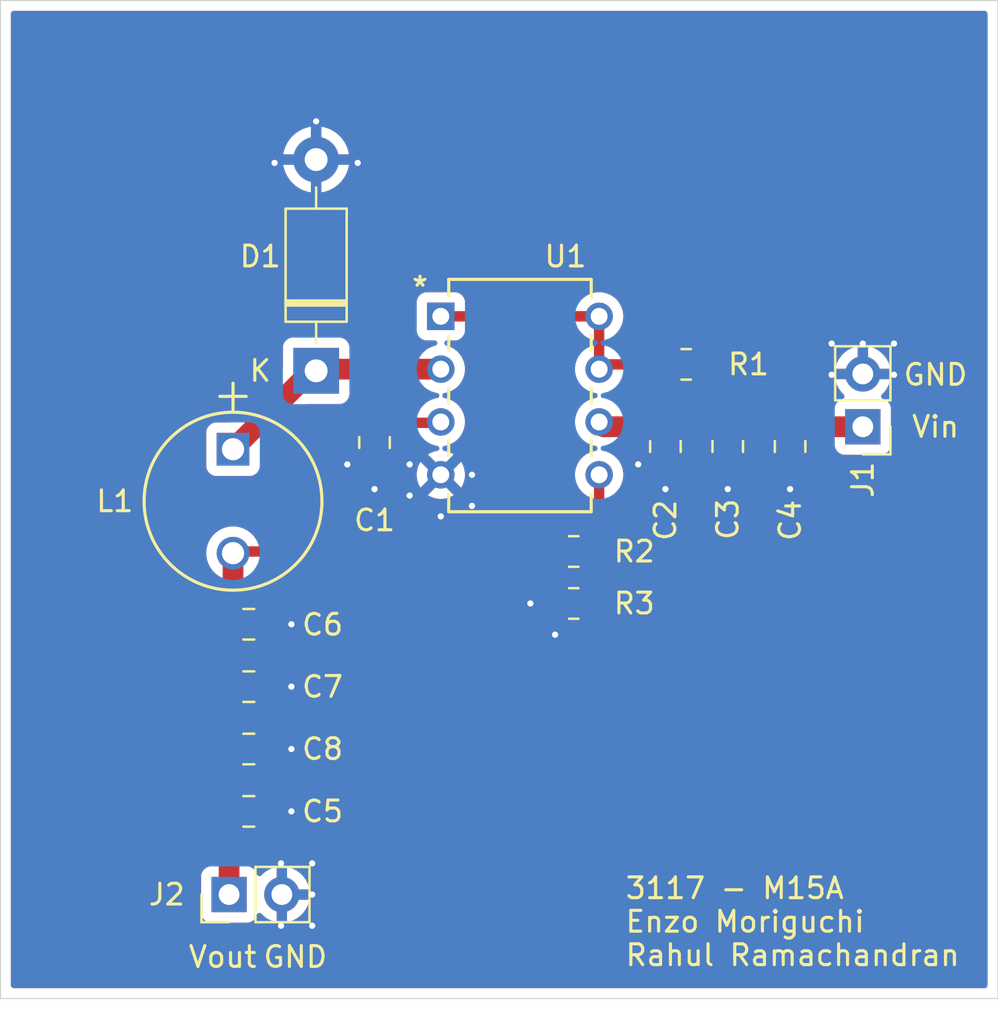
<source format=kicad_pcb>
(kicad_pcb (version 20241229) (generator "pcbnew") (generator_version "9.0")
  (layers (0 "F.Cu" signal) (2 "B.Cu" signal) (13 "F.Paste" user) (15 "B.Paste" user) (5 "F.SilkS" user "F.Silkscreen") (7 "B.SilkS" user "B.Silkscreen") (1 "F.Mask" user) (3 "B.Mask" user) (25 "Edge.Cuts" user))
  (net 0 "")
  (net 1 "GND")
  (net 2 "Net-(U1-CII)")
  (net 3 "+12V")
  (net 4 "Net-(U1-DRC)")
  (net 5 "/V_out")
  (net 6 "Net-(D1-K)")
  (net 7 "Net-(U1-TC)")
  (footprint "3117_lib:PinHeader_1x2_2.54mm_Vertical" (layer "F.Cu") (at 141.5 72.5 180)
    (property "Reference" "J1" (at 0 -2.55 90) (layer "F.SilkS"))
    (property "Value" "Conn_01x02_Pin")
    (fp_line (start 1.33 1.27) (end 1.33 3.87) (stroke (width 0.12)) (layer "F.SilkS"))
    (fp_line (start -1.33 3.87) (end 1.33 3.87) (stroke (width 0.12)) (layer "F.SilkS"))
    (fp_line (start -1.33 1.27) (end 1.33 1.27) (stroke (width 0.12)) (layer "F.SilkS"))
    (fp_line (start -1.33 1.27) (end -1.33 3.87) (stroke (width 0.12)) (layer "F.SilkS"))
    (fp_line (start -1.33 0) (end -1.33 -1.33) (stroke (width 0.12)) (layer "F.SilkS"))
    (fp_line (start -1.33 -1.33) (end 0 -1.33) (stroke (width 0.12)) (layer "F.SilkS"))
    (pad "1" thru_hole rect (at 0 0 180) (size 1.7 1.7) (drill 1) (layers "*.Cu" "*.Mask") (net 3 "+12V"))
    (pad "2" thru_hole oval (at 0 2.54 180) (size 1.7 1.7) (drill 1) (layers "*.Cu" "*.Mask") (net 1 "GND"))
  )
  (footprint "3117_lib:PinHeader_1x2_2.54mm_Vertical" (layer "F.Cu") (at 111 95 90)
    (property "Reference" "J2" (at 0 -3 180) (layer "F.SilkS"))
    (property "Value" "Conn_01x02_Pin")
    (fp_line (start -1.33 -1.33) (end 0 -1.33) (stroke (width 0.12)) (layer "F.SilkS"))
    (fp_line (start -1.33 0) (end -1.33 -1.33) (stroke (width 0.12)) (layer "F.SilkS"))
    (fp_line (start 1.33 1.27) (end 1.33 3.87) (stroke (width 0.12)) (layer "F.SilkS"))
    (fp_line (start -1.33 1.27) (end 1.33 1.27) (stroke (width 0.12)) (layer "F.SilkS"))
    (fp_line (start -1.33 1.27) (end -1.33 3.87) (stroke (width 0.12)) (layer "F.SilkS"))
    (fp_line (start -1.33 3.87) (end 1.33 3.87) (stroke (width 0.12)) (layer "F.SilkS"))
    (pad "1" thru_hole rect (at 0 0 90) (size 1.7 1.7) (drill 1) (layers "*.Cu" "*.Mask") (net 5 "/V_out"))
    (pad "2" thru_hole oval (at 0 2.54 90) (size 1.7 1.7) (drill 1) (layers "*.Cu" "*.Mask") (net 1 "GND"))
  )
  (footprint "Capacitor_SMD:C_0805_2012Metric" (layer "F.Cu") (at 111.95 88)
    (property "Reference" "C8" (at 3.55 0 0) (layer "F.SilkS"))
    (property "Value" "22u")
    (fp_line (start -0.261252 -0.735) (end 0.261252 -0.735) (stroke (width 0.12)) (layer "F.SilkS"))
    (fp_line (start -0.261252 0.735) (end 0.261252 0.735) (stroke (width 0.12)) (layer "F.SilkS"))
    (pad "1" smd roundrect (at -0.95 0) (size 1 1.45) (layers "F.Cu" "F.Mask" "F.Paste") (net 5 "/V_out"))
    (pad "2" smd roundrect (at 0.95 0) (size 1 1.45) (layers "F.Cu" "F.Mask" "F.Paste") (net 1 "GND"))
  )
  (footprint "3117_lib:DIP-8_STM" (layer "F.Cu") (at 121.19 67.19)
    (property "Reference" "U1" (at 6 -2.88 0) (layer "F.SilkS"))
    (property "Value" "MC34063ECN")
    (fp_line (start 0.381 -1.778) (end 0.381 -0.99314) (stroke (width 0.1524)) (layer "F.SilkS"))
    (fp_line (start 0.381 0.99314) (end 0.381 1.622849) (stroke (width 0.1524)) (layer "F.SilkS"))
    (fp_line (start 0.381 3.457151) (end 0.381 4.162849) (stroke (width 0.1524)) (layer "F.SilkS"))
    (fp_line (start 0.381 5.997151) (end 0.381 6.702849) (stroke (width 0.1524)) (layer "F.SilkS"))
    (fp_line (start 0.381 8.537151) (end 0.381 9.398) (stroke (width 0.1524)) (layer "F.SilkS"))
    (fp_line (start 0.381 9.398) (end 7.239 9.398) (stroke (width 0.1524)) (layer "F.SilkS"))
    (fp_line (start 7.239 -1.778) (end 0.381 -1.778) (stroke (width 0.1524)) (layer "F.SilkS"))
    (fp_line (start 7.239 -0.917151) (end 7.239 -1.778) (stroke (width 0.1524)) (layer "F.SilkS"))
    (fp_line (start 7.239 1.622849) (end 7.239 0.917151) (stroke (width 0.1524)) (layer "F.SilkS"))
    (fp_line (start 7.239 4.162849) (end 7.239 3.457151) (stroke (width 0.1524)) (layer "F.SilkS"))
    (fp_line (start 7.239 6.702849) (end 7.239 5.997151) (stroke (width 0.1524)) (layer "F.SilkS"))
    (fp_line (start 7.239 9.398) (end 7.239 8.537151) (stroke (width 0.1524)) (layer "F.SilkS"))
    (fp_text user "*" (at -1 -1.38 0) (layer "F.SilkS"))
    (pad "1" thru_hole rect (at 0 0) (size 1.3208 1.3208) (drill 0.8128) (layers "*.Cu" "*.Mask") (net 4 "Net-(U1-DRC)"))
    (pad "2" thru_hole circle (at 0 2.54) (size 1.3208 1.3208) (drill 0.8128) (layers "*.Cu" "*.Mask") (net 6 "Net-(D1-K)"))
    (pad "3" thru_hole circle (at 0 5.08) (size 1.3208 1.3208) (drill 0.8128) (layers "*.Cu" "*.Mask") (net 7 "Net-(U1-TC)"))
    (pad "4" thru_hole circle (at 0 7.62) (size 1.3208 1.3208) (drill 0.8128) (layers "*.Cu" "*.Mask") (net 1 "GND"))
    (pad "5" thru_hole circle (at 7.62 7.62) (size 1.3208 1.3208) (drill 0.8128) (layers "*.Cu" "*.Mask") (net 2 "Net-(U1-CII)"))
    (pad "6" thru_hole circle (at 7.62 5.08) (size 1.3208 1.3208) (drill 0.8128) (layers "*.Cu" "*.Mask") (net 3 "+12V"))
    (pad "7" thru_hole circle (at 7.62 2.54) (size 1.3208 1.3208) (drill 0.8128) (layers "*.Cu" "*.Mask") (net 4 "Net-(U1-DRC)"))
    (pad "8" thru_hole circle (at 7.62 0) (size 1.3208 1.3208) (drill 0.8128) (layers "*.Cu" "*.Mask") (net 4 "Net-(U1-DRC)"))
  )
  (footprint "Capacitor_SMD:C_0805_2012Metric" (layer "F.Cu") (at 111.95 82)
    (property "Reference" "C6" (at 3.55 0.02 0) (layer "F.SilkS"))
    (property "Value" "22u")
    (fp_line (start -0.261252 -0.735) (end 0.261252 -0.735) (stroke (width 0.12)) (layer "F.SilkS"))
    (fp_line (start -0.261252 0.735) (end 0.261252 0.735) (stroke (width 0.12)) (layer "F.SilkS"))
    (pad "1" smd roundrect (at -0.95 0) (size 1 1.45) (layers "F.Cu" "F.Mask" "F.Paste") (net 5 "/V_out"))
    (pad "2" smd roundrect (at 0.95 0) (size 1 1.45) (layers "F.Cu" "F.Mask" "F.Paste") (net 1 "GND"))
  )
  (footprint "Capacitor_SMD:C_0805_2012Metric" (layer "F.Cu") (at 132 73.45 -90)
    (property "Reference" "C2" (at 3.55 0 270) (layer "F.SilkS"))
    (property "Value" "100n")
    (fp_line (start -0.261252 0.735) (end 0.261252 0.735) (stroke (width 0.12)) (layer "F.SilkS"))
    (fp_line (start -0.261252 -0.735) (end 0.261252 -0.735) (stroke (width 0.12)) (layer "F.SilkS"))
    (pad "1" smd roundrect (at -0.95 0 270) (size 1 1.45) (layers "F.Cu" "F.Mask" "F.Paste") (net 3 "+12V"))
    (pad "2" smd roundrect (at 0.95 0 270) (size 1 1.45) (layers "F.Cu" "F.Mask" "F.Paste") (net 1 "GND"))
  )
  (footprint "Capacitor_SMD:C_0805_2012Metric" (layer "F.Cu") (at 118 73.26 -90)
    (property "Reference" "C1" (at 3.74 0 180) (layer "F.SilkS"))
    (property "Value" "240p")
    (fp_line (start -0.261252 0.735) (end 0.261252 0.735) (stroke (width 0.12)) (layer "F.SilkS"))
    (fp_line (start -0.261252 -0.735) (end 0.261252 -0.735) (stroke (width 0.12)) (layer "F.SilkS"))
    (pad "1" smd roundrect (at -0.95 0 270) (size 1 1.45) (layers "F.Cu" "F.Mask" "F.Paste") (net 7 "Net-(U1-TC)"))
    (pad "2" smd roundrect (at 0.95 0 270) (size 1 1.45) (layers "F.Cu" "F.Mask" "F.Paste") (net 1 "GND"))
  )
  (footprint "Capacitor_SMD:C_0805_2012Metric" (layer "F.Cu") (at 135 73.45 -90)
    (property "Reference" "C3" (at 3.5 0 90) (layer "F.SilkS"))
    (property "Value" "10u")
    (fp_line (start -0.261252 0.735) (end 0.261252 0.735) (stroke (width 0.12)) (layer "F.SilkS"))
    (fp_line (start -0.261252 -0.735) (end 0.261252 -0.735) (stroke (width 0.12)) (layer "F.SilkS"))
    (pad "1" smd roundrect (at -0.95 0 270) (size 1 1.45) (layers "F.Cu" "F.Mask" "F.Paste") (net 3 "+12V"))
    (pad "2" smd roundrect (at 0.95 0 270) (size 1 1.45) (layers "F.Cu" "F.Mask" "F.Paste") (net 1 "GND"))
  )
  (footprint "Capacitor_SMD:C_0805_2012Metric" (layer "F.Cu") (at 138 73.45 -90)
    (property "Reference" "C4" (at 3.55 0 90) (layer "F.SilkS"))
    (property "Value" "10u")
    (fp_line (start -0.261252 0.735) (end 0.261252 0.735) (stroke (width 0.12)) (layer "F.SilkS"))
    (fp_line (start -0.261252 -0.735) (end 0.261252 -0.735) (stroke (width 0.12)) (layer "F.SilkS"))
    (pad "1" smd roundrect (at -0.95 0 270) (size 1 1.45) (layers "F.Cu" "F.Mask" "F.Paste") (net 3 "+12V"))
    (pad "2" smd roundrect (at 0.95 0 270) (size 1 1.45) (layers "F.Cu" "F.Mask" "F.Paste") (net 1 "GND"))
  )
  (footprint "Capacitor_SMD:C_0805_2012Metric" (layer "F.Cu") (at 111.95 91)
    (property "Reference" "C5" (at 3.55 0 0) (layer "F.SilkS"))
    (property "Value" "100n")
    (fp_line (start -0.261252 -0.735) (end 0.261252 -0.735) (stroke (width 0.12)) (layer "F.SilkS"))
    (fp_line (start -0.261252 0.735) (end 0.261252 0.735) (stroke (width 0.12)) (layer "F.SilkS"))
    (pad "1" smd roundrect (at -0.95 0) (size 1 1.45) (layers "F.Cu" "F.Mask" "F.Paste") (net 5 "/V_out"))
    (pad "2" smd roundrect (at 0.95 0) (size 1 1.45) (layers "F.Cu" "F.Mask" "F.Paste") (net 1 "GND"))
  )
  (footprint "Capacitor_SMD:C_0805_2012Metric" (layer "F.Cu") (at 111.95 85)
    (property "Reference" "C7" (at 3.55 0.01 0) (layer "F.SilkS"))
    (property "Value" "22u")
    (fp_line (start -0.261252 -0.735) (end 0.261252 -0.735) (stroke (width 0.12)) (layer "F.SilkS"))
    (fp_line (start -0.261252 0.735) (end 0.261252 0.735) (stroke (width 0.12)) (layer "F.SilkS"))
    (pad "1" smd roundrect (at -0.95 0) (size 1 1.45) (layers "F.Cu" "F.Mask" "F.Paste") (net 5 "/V_out"))
    (pad "2" smd roundrect (at 0.95 0) (size 1 1.45) (layers "F.Cu" "F.Mask" "F.Paste") (net 1 "GND"))
  )
  (footprint "Diode_THT:D_DO-41_SOD81_P10.16mm_Horizontal" (layer "F.Cu") (at 115.19 69.81 90)
    (property "Reference" "D1" (at 5.5 -2.69 180) (layer "F.SilkS"))
    (property "Value" "1N5819")
    (fp_line (start 7.8 -1.47) (end 2.36 -1.47) (stroke (width 0.12)) (layer "F.SilkS"))
    (fp_line (start 3.38 -1.47) (end 3.38 1.47) (stroke (width 0.12)) (layer "F.SilkS"))
    (fp_line (start 3.26 -1.47) (end 3.26 1.47) (stroke (width 0.12)) (layer "F.SilkS"))
    (fp_line (start 3.14 -1.47) (end 3.14 1.47) (stroke (width 0.12)) (layer "F.SilkS"))
    (fp_line (start 2.36 -1.47) (end 2.36 1.47) (stroke (width 0.12)) (layer "F.SilkS"))
    (fp_line (start 8.82 0) (end 7.8 0) (stroke (width 0.12)) (layer "F.SilkS"))
    (fp_line (start 1.34 0) (end 2.36 0) (stroke (width 0.12)) (layer "F.SilkS"))
    (fp_line (start 7.8 1.47) (end 7.8 -1.47) (stroke (width 0.12)) (layer "F.SilkS"))
    (fp_line (start 2.36 1.47) (end 7.8 1.47) (stroke (width 0.12)) (layer "F.SilkS"))
    (fp_text user "K" (at 0 -2.69 180) (layer "F.SilkS"))
    (pad "1" thru_hole rect (at 0 0 90) (size 2.2 2.2) (drill 1.1) (layers "*.Cu" "*.Mask") (net 6 "Net-(D1-K)"))
    (pad "2" thru_hole oval (at 10.16 0 90) (size 2.2 2.2) (drill 1.1) (layers "*.Cu" "*.Mask") (net 1 "GND"))
  )
  (footprint "Resistor_SMD:R_0805_2012Metric" (layer "F.Cu") (at 127.5875 78.5)
    (property "Reference" "R2" (at 2.9125 0 0) (layer "F.SilkS"))
    (property "Value" "16.2k")
    (fp_line (start -0.227064 -0.735) (end 0.227064 -0.735) (stroke (width 0.12)) (layer "F.SilkS"))
    (fp_line (start -0.227064 0.735) (end 0.227064 0.735) (stroke (width 0.12)) (layer "F.SilkS"))
    (pad "1" smd roundrect (at -0.9125 0) (size 1.025 1.4) (layers "F.Cu" "F.Mask" "F.Paste") (roundrect_rratio 0.243902) (net 5 "/V_out"))
    (pad "2" smd roundrect (at 0.9125 0) (size 1.025 1.4) (layers "F.Cu" "F.Mask" "F.Paste") (roundrect_rratio 0.243902) (net 2 "Net-(U1-CII)"))
  )
  (footprint "Resistor_SMD:R_0805_2012Metric" (layer "F.Cu") (at 133 69.5)
    (property "Reference" "R1" (at 3 0 0) (layer "F.SilkS"))
    (property "Value" "0.33")
    (fp_line (start -0.227064 -0.735) (end 0.227064 -0.735) (stroke (width 0.12)) (layer "F.SilkS"))
    (fp_line (start -0.227064 0.735) (end 0.227064 0.735) (stroke (width 0.12)) (layer "F.SilkS"))
    (pad "1" smd roundrect (at -0.9125 0) (size 1.025 1.4) (layers "F.Cu" "F.Mask" "F.Paste") (roundrect_rratio 0.243902) (net 4 "Net-(U1-DRC)"))
    (pad "2" smd roundrect (at 0.9125 0) (size 1.025 1.4) (layers "F.Cu" "F.Mask" "F.Paste") (roundrect_rratio 0.243902) (net 3 "+12V"))
  )
  (footprint "Resistor_SMD:R_0805_2012Metric" (layer "F.Cu") (at 127.5875 81 180)
    (property "Reference" "R3" (at -2.9125 0 0) (layer "F.SilkS"))
    (property "Value" "10k")
    (fp_line (start -0.227064 0.735) (end 0.227064 0.735) (stroke (width 0.12)) (layer "F.SilkS"))
    (fp_line (start -0.227064 -0.735) (end 0.227064 -0.735) (stroke (width 0.12)) (layer "F.SilkS"))
    (pad "1" smd roundrect (at -0.9125 0 180) (size 1.025 1.4) (layers "F.Cu" "F.Mask" "F.Paste") (roundrect_rratio 0.243902) (net 2 "Net-(U1-CII)"))
    (pad "2" smd roundrect (at 0.9125 0 180) (size 1.025 1.4) (layers "F.Cu" "F.Mask" "F.Paste") (roundrect_rratio 0.243902) (net 1 "GND"))
  )
  (footprint "3117_lib:IND_RCH8011_SUM" (layer "F.Cu") (at 111.19 73.58115 -90)
    (property "Reference" "L1" (at 2.5 5.69 0) (layer "F.SilkS"))
    (property "Value" "220u")
    (fp_line (start -3.1769 0) (end -1.9069 0) (stroke (width 0.1524)) (layer "F.SilkS"))
    (fp_line (start -2.5419 -0.635) (end -2.5419 0.635) (stroke (width 0.1524)) (layer "F.SilkS"))
    (fp_circle (center 2.5 0) (end 6.7799 0) (stroke (width 0.1524)) (fill no) (layer "F.SilkS"))
    (pad "1" thru_hole rect (at 0 0 270) (size 1.5748 1.5748) (drill 1.0668) (layers "*.Cu" "*.Mask") (net 6 "Net-(D1-K)"))
    (pad "2" thru_hole circle (at 5 0 270) (size 1.5748 1.5748) (drill 1.0668) (layers "*.Cu" "*.Mask") (net 5 "/V_out"))
  )
  (gr_line (start 100 100) (end 148 100) (stroke (width 0.05)) (layer "Edge.Cuts"))
  (gr_line (start 100 52) (end 100 100) (stroke (width 0.05)) (layer "Edge.Cuts"))
  (gr_line (start 100 52) (end 148 52) (stroke (width 0.05)) (layer "Edge.Cuts"))
  (gr_line (start 148 100) (end 148 52) (stroke (width 0.05)) (layer "Edge.Cuts"))
  (gr_text "Vout\n" (at 110.69 98 0) (layer "F.SilkS") (effects (font (size 1 1))))
  (gr_text "GND\n" (at 114.19 98 0) (layer "F.SilkS") (effects (font (size 1 1))))
  (gr_text "Vin" (at 145 72.5 0) (layer "F.SilkS") (effects (font (size 1 1))))
  (gr_text "3117 - M15A\nEnzo Moriguchi\nRahul Ramachandran" (at 130 98.5 0) (layer "F.SilkS") (effects (font (size 1 1)) (justify left bottom)))
  (gr_text "GND\n" (at 145 70 0) (layer "F.SilkS") (effects (font (size 1 1))))
  (via (at 140 70) (size 0.6) (drill 0.3) (layers "F.Cu" "B.Cu") (net 1))
  (via (at 121.19 76.81) (size 0.6) (drill 0.3) (layers "F.Cu" "B.Cu") (net 1))
  (via (at 117.19 59.81) (size 0.6) (drill 0.3) (layers "F.Cu" "B.Cu") (net 1))
  (via (at 115 95) (size 0.6) (drill 0.3) (layers "F.Cu" "B.Cu") (net 1))
  (via (at 122.69 76.31) (size 0.6) (drill 0.3) (layers "F.Cu" "B.Cu") (net 1))
  (via (at 141.5 68.5) (size 0.6) (drill 0.3) (layers "F.Cu" "B.Cu") (net 1))
  (via (at 130.69 74.31) (size 0.6) (drill 0.3) (layers "F.Cu" "B.Cu") (net 1))
  (via (at 140 68.5) (size 0.6) (drill 0.3) (layers "F.Cu" "B.Cu") (net 1))
  (via (at 119.69 75.81) (size 0.6) (drill 0.3) (layers "F.Cu" "B.Cu") (net 1))
  (via (at 119.69 74.31) (size 0.6) (drill 0.3) (layers "F.Cu" "B.Cu") (net 1))
  (via (at 114 85) (size 0.6) (drill 0.3) (layers "F.Cu" "B.Cu") (net 1))
  (via (at 125.5 81) (size 0.6) (drill 0.3) (layers "F.Cu" "B.Cu") (net 1))
  (via (at 115 96.5) (size 0.6) (drill 0.3) (layers "F.Cu" "B.Cu") (net 1))
  (via (at 118 75.5) (size 0.6) (drill 0.3) (layers "F.Cu" "B.Cu") (net 1))
  (via (at 138 75.5) (size 0.6) (drill 0.3) (layers "F.Cu" "B.Cu") (net 1))
  (via (at 114 91) (size 0.6) (drill 0.3) (layers "F.Cu" "B.Cu") (net 1))
  (via (at 143 68.5) (size 0.6) (drill 0.3) (layers "F.Cu" "B.Cu") (net 1))
  (via (at 114 82) (size 0.6) (drill 0.3) (layers "F.Cu" "B.Cu") (net 1))
  (via (at 113.5 96.5) (size 0.6) (drill 0.3) (layers "F.Cu" "B.Cu") (net 1))
  (via (at 126.69 82.5) (size 0.6) (drill 0.3) (layers "F.Cu" "B.Cu") (net 1))
  (via (at 113.19 59.81) (size 0.6) (drill 0.3) (layers "F.Cu" "B.Cu") (net 1))
  (via (at 132 75.5) (size 0.6) (drill 0.3) (layers "F.Cu" "B.Cu") (net 1))
  (via (at 143 70) (size 0.6) (drill 0.3) (layers "F.Cu" "B.Cu") (net 1))
  (via (at 114 88) (size 0.6) (drill 0.3) (layers "F.Cu" "B.Cu") (net 1))
  (via (at 122.69 74.81) (size 0.6) (drill 0.3) (layers "F.Cu" "B.Cu") (net 1))
  (via (at 115.19 57.81) (size 0.6) (drill 0.3) (layers "F.Cu" "B.Cu") (net 1))
  (via (at 113.5 93.5) (size 0.6) (drill 0.3) (layers "F.Cu" "B.Cu") (net 1))
  (via (at 115 93.5) (size 0.6) (drill 0.3) (layers "F.Cu" "B.Cu") (net 1))
  (via (at 116.69 74.31) (size 0.6) (drill 0.3) (layers "F.Cu" "B.Cu") (net 1))
  (via (at 135 75.5) (size 0.6) (drill 0.3) (layers "F.Cu" "B.Cu") (net 1))
  (segment (start 128.5 81) (end 128.5 78.5) (width 0.5) (layer "F.Cu") (net 2))
  (segment (start 128.5 78.5) (end 128.81 78.19) (width 0.5) (layer "F.Cu") (net 2))
  (segment (start 128.81 78.19) (end 128.81 74.81) (width 0.5) (layer "F.Cu") (net 2))
  (segment (start 132 72.5) (end 129.04 72.5) (width 1) (layer "F.Cu") (net 3))
  (segment (start 138 72.5) (end 135 72.5) (width 1) (layer "F.Cu") (net 3))
  (segment (start 133.9125 71.4125) (end 133.9125 69.5) (width 1) (layer "F.Cu") (net 3))
  (segment (start 141.5 72.5) (end 138 72.5) (width 1) (layer "F.Cu") (net 3))
  (segment (start 135 72.5) (end 133.9125 71.4125) (width 1) (layer "F.Cu") (net 3))
  (segment (start 129.04 72.5) (end 128.81 72.27) (width 1) (layer "F.Cu") (net 3))
  (segment (start 135 72.5) (end 132 72.5) (width 1) (layer "F.Cu") (net 3))
  (segment (start 128.81 67.19) (end 128.81 69.73) (width 0.5) (layer "F.Cu") (net 4))
  (segment (start 128.81 67.19) (end 121.19 67.19) (width 0.5) (layer "F.Cu") (net 4))
  (segment (start 132.0875 69.5) (end 129.04 69.5) (width 0.5) (layer "F.Cu") (net 4))
  (segment (start 129.04 69.5) (end 128.81 69.73) (width 0.5) (layer "F.Cu") (net 4))
  (segment (start 128.89 69.81) (end 128.81 69.73) (width 0.5) (layer "F.Cu") (net 4))
  (segment (start 111 85) (end 111 88) (width 1) (layer "F.Cu") (net 5))
  (segment (start 111 88) (end 111 91) (width 1) (layer "F.Cu") (net 5))
  (segment (start 111.27115 78.5) (end 111.19 78.58115) (width 0.5) (layer "F.Cu") (net 5))
  (segment (start 111 91) (end 111 95) (width 1) (layer "F.Cu") (net 5))
  (segment (start 111.19 78.58115) (end 111.19 81.81) (width 1) (layer "F.Cu") (net 5))
  (segment (start 111.19 81.81) (end 111 82) (width 1) (layer "F.Cu") (net 5))
  (segment (start 126.675 78.5) (end 111.27115 78.5) (width 0.5) (layer "F.Cu") (net 5))
  (segment (start 111 82) (end 111 85) (width 1) (layer "F.Cu") (net 5))
  (segment (start 115.27 69.73) (end 115.19 69.81) (width 1) (layer "F.Cu") (net 6))
  (segment (start 114.96115 69.81) (end 111.19 73.58115) (width 1) (layer "F.Cu") (net 6))
  (segment (start 121.19 69.73) (end 115.27 69.73) (width 1) (layer "F.Cu") (net 6))
  (segment (start 115.19 69.81) (end 114.96115 69.81) (width 1) (layer "F.Cu") (net 6))
  (segment (start 121.15 72.31) (end 121.19 72.27) (width 0.5) (layer "F.Cu") (net 7))
  (segment (start 118 72.31) (end 121.15 72.31) (width 0.5) (layer "F.Cu") (net 7))
  (zone (net 1) (net_name "GND") (layers "F.Cu" "B.Cu") (connect_pads (clearance 0.5)) (min_thickness 0.25) (fill yes (thermal_gap 0.5) (thermal_bridge_width 0.5))
    (polygon (pts (xy 100 52) (xy 148 52) (xy 148 100) (xy 100 100)))
  )
)
</source>
